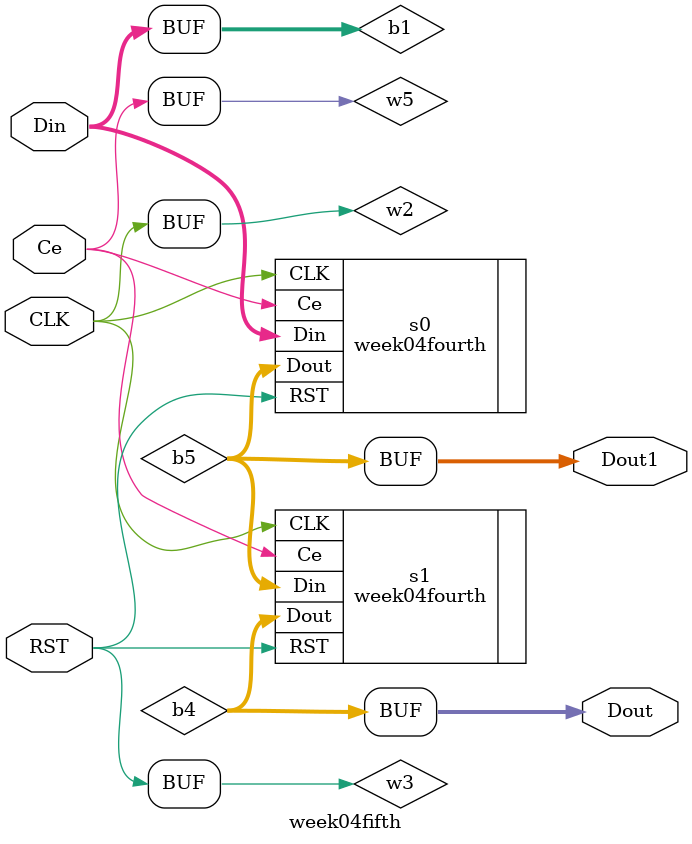
<source format=v>
module week04fifth(Din,Dout,CLK,RST,Ce,Dout1);

input [3:0] Din;
output [3:0] Dout;
input CLK;
input RST;
input Ce;
output [3:0] Dout1;

wire [3:0] b1;
wire  w2;
wire  w3;
wire [3:0] b4;
wire  w5;
wire [3:0] b5;

assign b1 = Din;
assign Dout = b4;
assign w2 = CLK;
assign w3 = RST;
assign w5 = Ce;
assign Dout1 = b5;

week04fourth
     s0 (
      .Din(b1),
      .CLK(w2),
      .RST(w3),
      .Ce(w5),
      .Dout(b5));

week04fourth
     s1 (
      .CLK(w2),
      .RST(w3),
      .Dout(b4),
      .Ce(w5),
      .Din(b5));

endmodule


</source>
